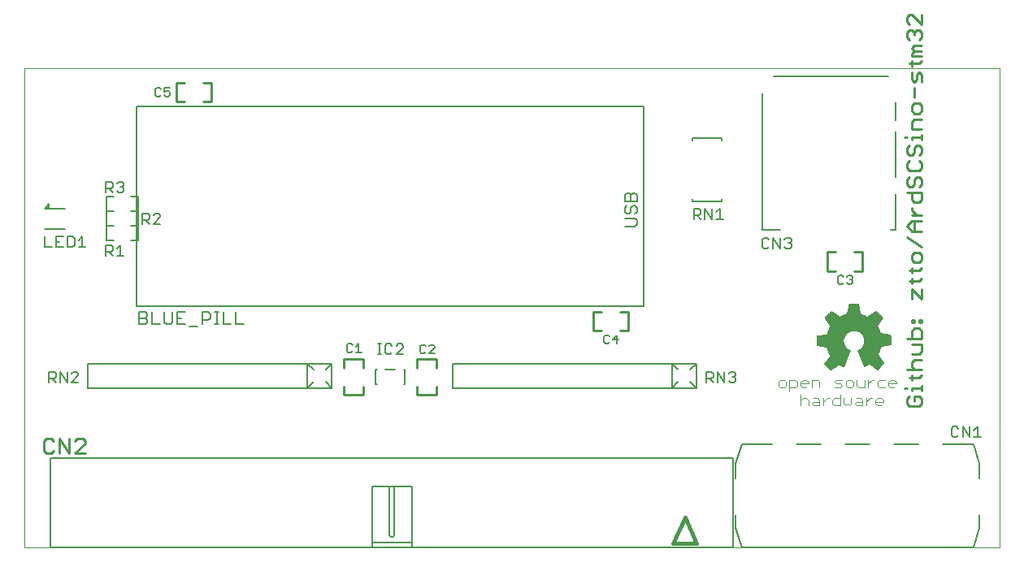
<source format=gto>
G75*
%MOIN*%
%OFA0B0*%
%FSLAX25Y25*%
%IPPOS*%
%LPD*%
%AMOC8*
5,1,8,0,0,1.08239X$1,22.5*
%
%ADD10C,0.00000*%
%ADD11C,0.00900*%
%ADD12C,0.00500*%
%ADD13C,0.00700*%
%ADD14C,0.01600*%
%ADD15C,0.00787*%
%ADD16C,0.00630*%
%ADD17C,0.00600*%
%ADD18C,0.01000*%
%ADD19C,0.00200*%
%ADD20C,0.00400*%
D10*
X0007708Y0005000D02*
X0007708Y0201850D01*
X0407708Y0201850D01*
X0407708Y0005000D01*
X0007708Y0005000D01*
D11*
X0016626Y0043655D02*
X0015609Y0044672D01*
X0015609Y0048742D01*
X0016626Y0049760D01*
X0018662Y0049760D01*
X0019679Y0048742D01*
X0022054Y0049760D02*
X0022054Y0043655D01*
X0019679Y0044672D02*
X0018662Y0043655D01*
X0016626Y0043655D01*
X0022054Y0049760D02*
X0026125Y0043655D01*
X0026125Y0049760D01*
X0028500Y0048742D02*
X0029517Y0049760D01*
X0031553Y0049760D01*
X0032570Y0048742D01*
X0032570Y0047725D01*
X0028500Y0043655D01*
X0032570Y0043655D01*
X0368635Y0070413D02*
X0369653Y0070413D01*
X0371688Y0070413D02*
X0375758Y0070413D01*
X0375758Y0069395D02*
X0375758Y0071431D01*
X0374741Y0074710D02*
X0370670Y0074710D01*
X0371688Y0073692D02*
X0371688Y0075728D01*
X0372705Y0077989D02*
X0371688Y0079007D01*
X0371688Y0081042D01*
X0372705Y0082060D01*
X0375758Y0082060D01*
X0374741Y0084435D02*
X0375758Y0085453D01*
X0375758Y0088505D01*
X0371688Y0088505D01*
X0371688Y0090880D02*
X0371688Y0093933D01*
X0372705Y0094951D01*
X0374741Y0094951D01*
X0375758Y0093933D01*
X0375758Y0090880D01*
X0369653Y0090880D01*
X0371688Y0084435D02*
X0374741Y0084435D01*
X0375758Y0077989D02*
X0369653Y0077989D01*
X0371688Y0070413D02*
X0371688Y0069395D01*
X0372705Y0067020D02*
X0372705Y0064985D01*
X0372705Y0067020D02*
X0374741Y0067020D01*
X0375758Y0066003D01*
X0375758Y0063968D01*
X0374741Y0062950D01*
X0370670Y0062950D01*
X0369653Y0063968D01*
X0369653Y0066003D01*
X0370670Y0067020D01*
X0374741Y0074710D02*
X0375758Y0075728D01*
X0375758Y0097326D02*
X0374741Y0097326D01*
X0374741Y0098344D01*
X0375758Y0098344D01*
X0375758Y0097326D01*
X0372705Y0097326D02*
X0372705Y0098344D01*
X0371688Y0098344D01*
X0371688Y0097326D01*
X0372705Y0097326D01*
X0371688Y0106994D02*
X0371688Y0111064D01*
X0375758Y0106994D01*
X0375758Y0111064D01*
X0374741Y0114457D02*
X0375758Y0115475D01*
X0374741Y0114457D02*
X0370670Y0114457D01*
X0371688Y0113440D02*
X0371688Y0115475D01*
X0371688Y0117737D02*
X0371688Y0119772D01*
X0370670Y0118754D02*
X0374741Y0118754D01*
X0375758Y0119772D01*
X0374741Y0122034D02*
X0375758Y0123051D01*
X0375758Y0125086D01*
X0374741Y0126104D01*
X0372705Y0126104D01*
X0371688Y0125086D01*
X0371688Y0123051D01*
X0372705Y0122034D01*
X0374741Y0122034D01*
X0375758Y0128479D02*
X0369653Y0132549D01*
X0371688Y0134925D02*
X0369653Y0136960D01*
X0371688Y0138995D01*
X0375758Y0138995D01*
X0375758Y0141370D02*
X0371688Y0141370D01*
X0373723Y0141370D02*
X0371688Y0143405D01*
X0371688Y0144423D01*
X0372705Y0146741D02*
X0371688Y0147759D01*
X0371688Y0150812D01*
X0369653Y0150812D02*
X0375758Y0150812D01*
X0375758Y0147759D01*
X0374741Y0146741D01*
X0372705Y0146741D01*
X0371688Y0153187D02*
X0372705Y0154204D01*
X0372705Y0156240D01*
X0373723Y0157257D01*
X0374741Y0157257D01*
X0375758Y0156240D01*
X0375758Y0154204D01*
X0374741Y0153187D01*
X0371688Y0153187D02*
X0370670Y0153187D01*
X0369653Y0154204D01*
X0369653Y0156240D01*
X0370670Y0157257D01*
X0370670Y0159632D02*
X0374741Y0159632D01*
X0375758Y0160650D01*
X0375758Y0162685D01*
X0374741Y0163703D01*
X0374741Y0166078D02*
X0375758Y0167095D01*
X0375758Y0169131D01*
X0374741Y0170148D01*
X0373723Y0170148D01*
X0372705Y0169131D01*
X0372705Y0167095D01*
X0371688Y0166078D01*
X0370670Y0166078D01*
X0369653Y0167095D01*
X0369653Y0169131D01*
X0370670Y0170148D01*
X0371688Y0172523D02*
X0371688Y0173541D01*
X0375758Y0173541D01*
X0375758Y0172523D02*
X0375758Y0174559D01*
X0375758Y0176820D02*
X0371688Y0176820D01*
X0371688Y0179873D01*
X0372705Y0180891D01*
X0375758Y0180891D01*
X0374741Y0183266D02*
X0372705Y0183266D01*
X0371688Y0184283D01*
X0371688Y0186319D01*
X0372705Y0187336D01*
X0374741Y0187336D01*
X0375758Y0186319D01*
X0375758Y0184283D01*
X0374741Y0183266D01*
X0372705Y0189711D02*
X0372705Y0193782D01*
X0372705Y0196157D02*
X0371688Y0197174D01*
X0371688Y0200227D01*
X0373723Y0199210D02*
X0373723Y0197174D01*
X0372705Y0196157D01*
X0375758Y0196157D02*
X0375758Y0199210D01*
X0374741Y0200227D01*
X0373723Y0199210D01*
X0371688Y0202602D02*
X0371688Y0204637D01*
X0370670Y0203620D02*
X0374741Y0203620D01*
X0375758Y0204637D01*
X0375758Y0206899D02*
X0371688Y0206899D01*
X0371688Y0207917D01*
X0372705Y0208934D01*
X0371688Y0209952D01*
X0372705Y0210970D01*
X0375758Y0210970D01*
X0375758Y0208934D02*
X0372705Y0208934D01*
X0370670Y0213345D02*
X0369653Y0214362D01*
X0369653Y0216398D01*
X0370670Y0217415D01*
X0371688Y0217415D01*
X0372705Y0216398D01*
X0373723Y0217415D01*
X0374741Y0217415D01*
X0375758Y0216398D01*
X0375758Y0214362D01*
X0374741Y0213345D01*
X0372705Y0215380D02*
X0372705Y0216398D01*
X0370670Y0219790D02*
X0369653Y0220808D01*
X0369653Y0222843D01*
X0370670Y0223861D01*
X0371688Y0223861D01*
X0375758Y0219790D01*
X0375758Y0223861D01*
X0369653Y0173541D02*
X0368635Y0173541D01*
X0370670Y0163703D02*
X0369653Y0162685D01*
X0369653Y0160650D01*
X0370670Y0159632D01*
X0372705Y0138995D02*
X0372705Y0134925D01*
X0371688Y0134925D02*
X0375758Y0134925D01*
D12*
X0347377Y0116117D02*
X0347377Y0115543D01*
X0346803Y0114970D01*
X0347377Y0114397D01*
X0347377Y0113823D01*
X0346803Y0113250D01*
X0345657Y0113250D01*
X0345083Y0113823D01*
X0343751Y0113823D02*
X0343178Y0113250D01*
X0342031Y0113250D01*
X0341458Y0113823D01*
X0341458Y0116117D01*
X0342031Y0116690D01*
X0343178Y0116690D01*
X0343751Y0116117D01*
X0345083Y0116117D02*
X0345657Y0116690D01*
X0346803Y0116690D01*
X0347377Y0116117D01*
X0346803Y0114970D02*
X0346230Y0114970D01*
X0344440Y0047500D02*
X0354440Y0047500D01*
X0364440Y0047500D02*
X0374440Y0047500D01*
X0384440Y0047500D02*
X0396940Y0047500D01*
X0399440Y0039500D01*
X0399440Y0033500D01*
X0399440Y0018500D02*
X0399440Y0013000D01*
X0396940Y0005000D01*
X0301940Y0005000D01*
X0299440Y0013000D01*
X0299440Y0018500D01*
X0299440Y0033500D02*
X0299440Y0039500D01*
X0301940Y0047500D01*
X0314440Y0047500D01*
X0324440Y0047500D02*
X0334440Y0047500D01*
X0293708Y0147000D02*
X0281708Y0147000D01*
X0281708Y0148000D01*
X0293708Y0148000D02*
X0293708Y0147000D01*
X0293708Y0172000D02*
X0293708Y0173000D01*
X0281708Y0173000D01*
X0281708Y0172000D01*
X0261708Y0186000D02*
X0261708Y0104000D01*
X0053708Y0104000D01*
X0053708Y0186000D01*
X0261708Y0186000D01*
X0250803Y0092190D02*
X0249083Y0090470D01*
X0251377Y0090470D01*
X0250803Y0088750D02*
X0250803Y0092190D01*
X0247751Y0091617D02*
X0247178Y0092190D01*
X0246031Y0092190D01*
X0245458Y0091617D01*
X0245458Y0089323D01*
X0246031Y0088750D01*
X0247178Y0088750D01*
X0247751Y0089323D01*
X0175877Y0087617D02*
X0175303Y0088190D01*
X0174157Y0088190D01*
X0173583Y0087617D01*
X0172251Y0087617D02*
X0171678Y0088190D01*
X0170531Y0088190D01*
X0169958Y0087617D01*
X0169958Y0085323D01*
X0170531Y0084750D01*
X0171678Y0084750D01*
X0172251Y0085323D01*
X0173583Y0084750D02*
X0175877Y0087043D01*
X0175877Y0087617D01*
X0175877Y0084750D02*
X0173583Y0084750D01*
X0145877Y0085250D02*
X0143583Y0085250D01*
X0144730Y0085250D02*
X0144730Y0088690D01*
X0143583Y0087543D01*
X0142251Y0088117D02*
X0141678Y0088690D01*
X0140531Y0088690D01*
X0139958Y0088117D01*
X0139958Y0085823D01*
X0140531Y0085250D01*
X0141678Y0085250D01*
X0142251Y0085823D01*
X0066803Y0190250D02*
X0065657Y0190250D01*
X0065083Y0190823D01*
X0065083Y0191970D02*
X0066230Y0192543D01*
X0066803Y0192543D01*
X0067377Y0191970D01*
X0067377Y0190823D01*
X0066803Y0190250D01*
X0065083Y0191970D02*
X0065083Y0193690D01*
X0067377Y0193690D01*
X0063751Y0193117D02*
X0063178Y0193690D01*
X0062031Y0193690D01*
X0061458Y0193117D01*
X0061458Y0190823D01*
X0062031Y0190250D01*
X0063178Y0190250D01*
X0063751Y0190823D01*
X0024342Y0144134D02*
X0016074Y0144134D01*
X0016208Y0144500D02*
X0017708Y0144500D01*
X0017708Y0146000D01*
X0016208Y0144500D01*
X0016291Y0144583D02*
X0017708Y0144583D01*
X0017708Y0145082D02*
X0016790Y0145082D01*
X0017288Y0145580D02*
X0017708Y0145580D01*
X0016074Y0135866D02*
X0024342Y0135866D01*
D13*
X0023615Y0132654D02*
X0020746Y0132654D01*
X0020746Y0128350D01*
X0023615Y0128350D01*
X0025350Y0128350D02*
X0025350Y0132654D01*
X0027502Y0132654D01*
X0028219Y0131936D01*
X0028219Y0129067D01*
X0027502Y0128350D01*
X0025350Y0128350D01*
X0022181Y0130502D02*
X0020746Y0130502D01*
X0019011Y0128350D02*
X0016142Y0128350D01*
X0016142Y0132654D01*
X0029954Y0131219D02*
X0031389Y0132654D01*
X0031389Y0128350D01*
X0032823Y0128350D02*
X0029954Y0128350D01*
X0041058Y0129154D02*
X0043210Y0129154D01*
X0043927Y0128436D01*
X0043927Y0127002D01*
X0043210Y0126285D01*
X0041058Y0126285D01*
X0042493Y0126285D02*
X0043927Y0124850D01*
X0045662Y0124850D02*
X0048531Y0124850D01*
X0047097Y0124850D02*
X0047097Y0129154D01*
X0045662Y0127719D01*
X0041058Y0129154D02*
X0041058Y0124850D01*
X0056058Y0137850D02*
X0056058Y0142154D01*
X0058210Y0142154D01*
X0058927Y0141436D01*
X0058927Y0140002D01*
X0058210Y0139285D01*
X0056058Y0139285D01*
X0057493Y0139285D02*
X0058927Y0137850D01*
X0060662Y0137850D02*
X0063531Y0140719D01*
X0063531Y0141436D01*
X0062814Y0142154D01*
X0061379Y0142154D01*
X0060662Y0141436D01*
X0060662Y0137850D02*
X0063531Y0137850D01*
X0048531Y0151567D02*
X0047814Y0150850D01*
X0046379Y0150850D01*
X0045662Y0151567D01*
X0043927Y0150850D02*
X0042493Y0152285D01*
X0043210Y0152285D02*
X0041058Y0152285D01*
X0041058Y0150850D02*
X0041058Y0155154D01*
X0043210Y0155154D01*
X0043927Y0154436D01*
X0043927Y0153002D01*
X0043210Y0152285D01*
X0045662Y0154436D02*
X0046379Y0155154D01*
X0047814Y0155154D01*
X0048531Y0154436D01*
X0048531Y0153719D01*
X0047814Y0153002D01*
X0048531Y0152285D01*
X0048531Y0151567D01*
X0047814Y0153002D02*
X0047097Y0153002D01*
X0054869Y0101654D02*
X0057321Y0101654D01*
X0058139Y0100837D01*
X0058139Y0100019D01*
X0057321Y0099202D01*
X0054869Y0099202D01*
X0054869Y0096750D02*
X0054869Y0101654D01*
X0057321Y0099202D02*
X0058139Y0098385D01*
X0058139Y0097567D01*
X0057321Y0096750D01*
X0054869Y0096750D01*
X0060026Y0096750D02*
X0060026Y0101654D01*
X0060026Y0096750D02*
X0063295Y0096750D01*
X0065182Y0097567D02*
X0065999Y0096750D01*
X0067634Y0096750D01*
X0068451Y0097567D01*
X0068451Y0101654D01*
X0070338Y0101654D02*
X0070338Y0096750D01*
X0073608Y0096750D01*
X0075495Y0095933D02*
X0078764Y0095933D01*
X0080651Y0096750D02*
X0080651Y0101654D01*
X0083103Y0101654D01*
X0083921Y0100837D01*
X0083921Y0099202D01*
X0083103Y0098385D01*
X0080651Y0098385D01*
X0085808Y0096750D02*
X0087442Y0096750D01*
X0086625Y0096750D02*
X0086625Y0101654D01*
X0085808Y0101654D02*
X0087442Y0101654D01*
X0089245Y0101654D02*
X0089245Y0096750D01*
X0092515Y0096750D01*
X0094402Y0096750D02*
X0097671Y0096750D01*
X0094402Y0096750D02*
X0094402Y0101654D01*
X0073608Y0101654D02*
X0070338Y0101654D01*
X0070338Y0099202D02*
X0071973Y0099202D01*
X0065182Y0097567D02*
X0065182Y0101654D01*
X0029823Y0076436D02*
X0029106Y0077154D01*
X0027671Y0077154D01*
X0026954Y0076436D01*
X0025219Y0077154D02*
X0025219Y0072850D01*
X0022350Y0077154D01*
X0022350Y0072850D01*
X0020615Y0072850D02*
X0019181Y0074285D01*
X0019898Y0074285D02*
X0017746Y0074285D01*
X0017746Y0072850D02*
X0017746Y0077154D01*
X0019898Y0077154D01*
X0020615Y0076436D01*
X0020615Y0075002D01*
X0019898Y0074285D01*
X0026954Y0072850D02*
X0029823Y0075719D01*
X0029823Y0076436D01*
X0029823Y0072850D02*
X0026954Y0072850D01*
X0152558Y0084350D02*
X0153993Y0084350D01*
X0153275Y0084350D02*
X0153275Y0088654D01*
X0152558Y0088654D02*
X0153993Y0088654D01*
X0155627Y0087936D02*
X0155627Y0085067D01*
X0156345Y0084350D01*
X0157779Y0084350D01*
X0158496Y0085067D01*
X0160231Y0084350D02*
X0163100Y0087219D01*
X0163100Y0087936D01*
X0162383Y0088654D01*
X0160949Y0088654D01*
X0160231Y0087936D01*
X0158496Y0087936D02*
X0157779Y0088654D01*
X0156345Y0088654D01*
X0155627Y0087936D01*
X0160231Y0084350D02*
X0163100Y0084350D01*
X0282246Y0139850D02*
X0282246Y0144154D01*
X0284398Y0144154D01*
X0285115Y0143436D01*
X0285115Y0142002D01*
X0284398Y0141285D01*
X0282246Y0141285D01*
X0283681Y0141285D02*
X0285115Y0139850D01*
X0286850Y0139850D02*
X0286850Y0144154D01*
X0289719Y0139850D01*
X0289719Y0144154D01*
X0291454Y0142719D02*
X0292889Y0144154D01*
X0292889Y0139850D01*
X0294323Y0139850D02*
X0291454Y0139850D01*
X0310231Y0131456D02*
X0310231Y0128587D01*
X0310948Y0127870D01*
X0312382Y0127870D01*
X0313100Y0128587D01*
X0314834Y0127870D02*
X0314834Y0132173D01*
X0317704Y0127870D01*
X0317704Y0132173D01*
X0319438Y0131456D02*
X0320156Y0132173D01*
X0321590Y0132173D01*
X0322307Y0131456D01*
X0322307Y0130739D01*
X0321590Y0130022D01*
X0322307Y0129304D01*
X0322307Y0128587D01*
X0321590Y0127870D01*
X0320156Y0127870D01*
X0319438Y0128587D01*
X0320873Y0130022D02*
X0321590Y0130022D01*
X0313100Y0131456D02*
X0312382Y0132173D01*
X0310948Y0132173D01*
X0310231Y0131456D01*
X0298697Y0077154D02*
X0299414Y0076436D01*
X0299414Y0075719D01*
X0298697Y0075002D01*
X0299414Y0074285D01*
X0299414Y0073567D01*
X0298697Y0072850D01*
X0297262Y0072850D01*
X0296545Y0073567D01*
X0294810Y0072850D02*
X0294810Y0077154D01*
X0296545Y0076436D02*
X0297262Y0077154D01*
X0298697Y0077154D01*
X0298697Y0075002D02*
X0297979Y0075002D01*
X0294810Y0072850D02*
X0291941Y0077154D01*
X0291941Y0072850D01*
X0290206Y0072850D02*
X0288771Y0074285D01*
X0289489Y0074285D02*
X0287337Y0074285D01*
X0287337Y0072850D02*
X0287337Y0077154D01*
X0289489Y0077154D01*
X0290206Y0076436D01*
X0290206Y0075002D01*
X0289489Y0074285D01*
X0387979Y0053936D02*
X0387979Y0051067D01*
X0388696Y0050350D01*
X0390130Y0050350D01*
X0390848Y0051067D01*
X0392582Y0050350D02*
X0392582Y0054654D01*
X0395452Y0050350D01*
X0395452Y0054654D01*
X0397186Y0053219D02*
X0398621Y0054654D01*
X0398621Y0050350D01*
X0397186Y0050350D02*
X0400056Y0050350D01*
X0390848Y0053936D02*
X0390130Y0054654D01*
X0388696Y0054654D01*
X0387979Y0053936D01*
D14*
X0283330Y0006654D02*
X0273818Y0006654D01*
X0278574Y0017409D01*
X0283330Y0006654D01*
D15*
X0298495Y0005000D02*
X0298495Y0041614D01*
X0018495Y0041614D01*
X0018495Y0005000D01*
X0150228Y0005000D01*
X0150228Y0030000D01*
X0157495Y0030000D01*
X0157495Y0010000D01*
X0157995Y0009500D01*
X0158995Y0009500D01*
X0159495Y0010000D01*
X0159495Y0030000D01*
X0166763Y0030000D01*
X0166763Y0005000D01*
X0150228Y0005000D01*
X0150495Y0007000D02*
X0166495Y0007000D01*
X0166763Y0005000D02*
X0298495Y0005000D01*
X0159495Y0030000D02*
X0157495Y0030000D01*
X0054208Y0131000D02*
X0054208Y0137000D01*
X0054208Y0143000D01*
X0054208Y0149000D01*
X0051208Y0149000D01*
X0051208Y0143000D02*
X0054208Y0143000D01*
X0051208Y0143000D01*
X0051208Y0137000D02*
X0054208Y0137000D01*
X0051208Y0137000D01*
X0051208Y0131000D02*
X0054208Y0131000D01*
X0044208Y0131000D02*
X0041208Y0131000D01*
X0041208Y0137000D01*
X0041208Y0143000D01*
X0041208Y0149000D01*
X0044208Y0149000D01*
X0044208Y0143000D02*
X0041208Y0143000D01*
X0044208Y0143000D01*
X0044208Y0137000D02*
X0041208Y0137000D01*
X0044208Y0137000D01*
D16*
X0310346Y0135472D02*
X0310346Y0191378D01*
X0315070Y0198465D02*
X0361921Y0198465D01*
X0365070Y0187835D02*
X0365070Y0180354D01*
X0365070Y0175630D02*
X0365070Y0157126D01*
X0365070Y0150039D02*
X0365070Y0135472D01*
X0363102Y0135472D01*
X0317826Y0135472D02*
X0310543Y0135472D01*
D17*
X0283299Y0080500D02*
X0273299Y0080500D01*
X0183299Y0080500D01*
X0183299Y0070500D01*
X0273299Y0070500D01*
X0283299Y0070500D01*
X0280799Y0073000D01*
X0283299Y0070500D02*
X0283299Y0080500D01*
X0280799Y0078000D01*
X0275799Y0078000D02*
X0273299Y0080500D01*
X0273299Y0070500D01*
X0275799Y0073000D01*
X0258174Y0136831D02*
X0254004Y0136831D01*
X0254004Y0140167D02*
X0258174Y0140167D01*
X0259008Y0139333D01*
X0259008Y0137665D01*
X0258174Y0136831D01*
X0258174Y0141987D02*
X0259008Y0142821D01*
X0259008Y0144489D01*
X0258174Y0145323D01*
X0257340Y0145323D01*
X0256506Y0144489D01*
X0256506Y0142821D01*
X0255672Y0141987D01*
X0254838Y0141987D01*
X0254004Y0142821D01*
X0254004Y0144489D01*
X0254838Y0145323D01*
X0254004Y0147144D02*
X0254004Y0149646D01*
X0254838Y0150480D01*
X0255672Y0150480D01*
X0256506Y0149646D01*
X0256506Y0147144D01*
X0256506Y0149646D02*
X0257340Y0150480D01*
X0258174Y0150480D01*
X0259008Y0149646D01*
X0259008Y0147144D01*
X0254004Y0147144D01*
X0163708Y0078000D02*
X0163208Y0078000D01*
X0163787Y0077807D02*
X0163787Y0072197D01*
X0163708Y0072000D02*
X0163208Y0072000D01*
X0159708Y0078000D02*
X0155708Y0078000D01*
X0152208Y0078000D02*
X0151708Y0078000D01*
X0151629Y0077807D02*
X0151629Y0072197D01*
X0151708Y0072000D02*
X0152208Y0072000D01*
X0133708Y0070500D02*
X0123708Y0070500D01*
X0123708Y0080500D01*
X0033708Y0080500D01*
X0033708Y0070500D01*
X0123708Y0070500D01*
X0126208Y0073000D01*
X0126208Y0078000D02*
X0123708Y0080500D01*
X0133708Y0080500D01*
X0131208Y0078000D01*
X0133708Y0080500D02*
X0133708Y0070500D01*
X0131208Y0073000D01*
D18*
X0138771Y0071063D02*
X0138771Y0067717D01*
X0146645Y0067717D01*
X0146645Y0071063D01*
X0146645Y0078937D02*
X0146645Y0082283D01*
X0138771Y0082283D01*
X0138771Y0078937D01*
X0168771Y0078937D02*
X0168771Y0082283D01*
X0176645Y0082283D01*
X0176645Y0078937D01*
X0176645Y0071063D02*
X0176645Y0067717D01*
X0168771Y0067717D01*
X0168771Y0071063D01*
X0240925Y0094063D02*
X0244271Y0094063D01*
X0240925Y0094063D02*
X0240925Y0101937D01*
X0244271Y0101937D01*
X0252145Y0101937D02*
X0255492Y0101937D01*
X0255492Y0094063D01*
X0252145Y0094063D01*
X0336925Y0118563D02*
X0340271Y0118563D01*
X0336925Y0118563D02*
X0336925Y0126437D01*
X0340271Y0126437D01*
X0348145Y0126437D02*
X0351492Y0126437D01*
X0351492Y0118563D01*
X0348145Y0118563D01*
X0084492Y0188063D02*
X0081145Y0188063D01*
X0084492Y0188063D02*
X0084492Y0195937D01*
X0081145Y0195937D01*
X0073271Y0195937D02*
X0069925Y0195937D01*
X0069925Y0188063D01*
X0073271Y0188063D01*
D19*
X0332708Y0092000D02*
X0332608Y0090800D01*
X0332608Y0088200D01*
X0336808Y0087500D01*
X0337008Y0086500D01*
X0337408Y0085500D01*
X0337808Y0084600D01*
X0338208Y0083800D01*
X0335808Y0080600D01*
X0336408Y0079900D01*
X0337108Y0079200D01*
X0337808Y0078500D01*
X0338408Y0078000D01*
X0341808Y0080300D01*
X0342508Y0079900D01*
X0343208Y0079600D01*
X0343808Y0079300D01*
X0346208Y0086100D01*
X0345505Y0086436D01*
X0344876Y0086897D01*
X0344343Y0087467D01*
X0343926Y0088126D01*
X0343639Y0088851D01*
X0343491Y0089616D01*
X0343488Y0090396D01*
X0343630Y0091163D01*
X0343912Y0091890D01*
X0344324Y0092552D01*
X0344852Y0093126D01*
X0345478Y0093591D01*
X0346179Y0093933D01*
X0346931Y0094138D01*
X0347708Y0094200D01*
X0348499Y0094175D01*
X0349270Y0094002D01*
X0349996Y0093687D01*
X0350650Y0093242D01*
X0351209Y0092682D01*
X0351652Y0092028D01*
X0351966Y0091301D01*
X0352137Y0090529D01*
X0352161Y0089739D01*
X0352036Y0088958D01*
X0351767Y0088214D01*
X0351363Y0087534D01*
X0350839Y0086941D01*
X0350214Y0086458D01*
X0349508Y0086100D01*
X0352108Y0079400D01*
X0352808Y0079800D01*
X0353508Y0080200D01*
X0354208Y0080600D01*
X0357508Y0078200D01*
X0358208Y0078900D01*
X0358808Y0079500D01*
X0359408Y0080200D01*
X0360008Y0080900D01*
X0357608Y0084500D01*
X0358108Y0085300D01*
X0358408Y0086200D01*
X0358708Y0087100D01*
X0358908Y0087800D01*
X0362908Y0088500D01*
X0363008Y0089600D01*
X0363008Y0090500D01*
X0362908Y0091300D01*
X0362808Y0092300D01*
X0358708Y0093000D01*
X0358308Y0094100D01*
X0358108Y0094700D01*
X0357708Y0095400D01*
X0357208Y0096200D01*
X0359708Y0099400D01*
X0359108Y0100100D01*
X0358408Y0100800D01*
X0357608Y0101500D01*
X0356808Y0102200D01*
X0353408Y0099800D01*
X0352508Y0100200D01*
X0351708Y0100600D01*
X0351008Y0100800D01*
X0350308Y0101000D01*
X0349708Y0105100D01*
X0345908Y0105100D01*
X0345108Y0101000D01*
X0344008Y0100700D01*
X0343208Y0100300D01*
X0342008Y0099700D01*
X0338608Y0102100D01*
X0337908Y0101500D01*
X0337208Y0100800D01*
X0336508Y0100100D01*
X0335908Y0099400D01*
X0338208Y0096000D01*
X0337708Y0095100D01*
X0337308Y0094200D01*
X0337008Y0093400D01*
X0336708Y0092600D01*
X0332708Y0092000D01*
X0332704Y0091948D02*
X0343948Y0091948D01*
X0343858Y0091749D02*
X0332687Y0091749D01*
X0332671Y0091551D02*
X0343781Y0091551D01*
X0343704Y0091352D02*
X0332654Y0091352D01*
X0332638Y0091154D02*
X0343628Y0091154D01*
X0343592Y0090955D02*
X0332621Y0090955D01*
X0332608Y0090757D02*
X0343555Y0090757D01*
X0343518Y0090558D02*
X0332608Y0090558D01*
X0332608Y0090360D02*
X0343488Y0090360D01*
X0343489Y0090161D02*
X0332608Y0090161D01*
X0332608Y0089963D02*
X0343490Y0089963D01*
X0343491Y0089764D02*
X0332608Y0089764D01*
X0332608Y0089566D02*
X0343501Y0089566D01*
X0343539Y0089367D02*
X0332608Y0089367D01*
X0332608Y0089169D02*
X0343577Y0089169D01*
X0343616Y0088970D02*
X0332608Y0088970D01*
X0332608Y0088772D02*
X0343670Y0088772D01*
X0343749Y0088573D02*
X0332608Y0088573D01*
X0332608Y0088375D02*
X0343828Y0088375D01*
X0343906Y0088176D02*
X0332751Y0088176D01*
X0333942Y0087978D02*
X0344020Y0087978D01*
X0344146Y0087779D02*
X0335133Y0087779D01*
X0336324Y0087581D02*
X0344271Y0087581D01*
X0344423Y0087382D02*
X0336832Y0087382D01*
X0336871Y0087184D02*
X0344608Y0087184D01*
X0344793Y0086985D02*
X0336911Y0086985D01*
X0336951Y0086787D02*
X0345026Y0086787D01*
X0345297Y0086588D02*
X0336990Y0086588D01*
X0337052Y0086390D02*
X0345602Y0086390D01*
X0346017Y0086191D02*
X0337132Y0086191D01*
X0337211Y0085993D02*
X0346170Y0085993D01*
X0346100Y0085794D02*
X0337290Y0085794D01*
X0337370Y0085596D02*
X0346030Y0085596D01*
X0345960Y0085397D02*
X0337454Y0085397D01*
X0337542Y0085199D02*
X0345890Y0085199D01*
X0345820Y0085000D02*
X0337630Y0085000D01*
X0337718Y0084802D02*
X0345750Y0084802D01*
X0345680Y0084603D02*
X0337807Y0084603D01*
X0337906Y0084405D02*
X0345610Y0084405D01*
X0345540Y0084206D02*
X0338005Y0084206D01*
X0338104Y0084008D02*
X0345470Y0084008D01*
X0345399Y0083809D02*
X0338204Y0083809D01*
X0338066Y0083610D02*
X0345329Y0083610D01*
X0345259Y0083412D02*
X0337917Y0083412D01*
X0337768Y0083213D02*
X0345189Y0083213D01*
X0345119Y0083015D02*
X0337619Y0083015D01*
X0337470Y0082816D02*
X0345049Y0082816D01*
X0344979Y0082618D02*
X0337322Y0082618D01*
X0337173Y0082419D02*
X0344909Y0082419D01*
X0344839Y0082221D02*
X0337024Y0082221D01*
X0336875Y0082022D02*
X0344769Y0082022D01*
X0344699Y0081824D02*
X0336726Y0081824D01*
X0336577Y0081625D02*
X0344629Y0081625D01*
X0344559Y0081427D02*
X0336428Y0081427D01*
X0336279Y0081228D02*
X0344489Y0081228D01*
X0344419Y0081030D02*
X0336130Y0081030D01*
X0335982Y0080831D02*
X0344349Y0080831D01*
X0344278Y0080633D02*
X0335833Y0080633D01*
X0335950Y0080434D02*
X0344208Y0080434D01*
X0344138Y0080236D02*
X0341920Y0080236D01*
X0341713Y0080236D02*
X0336120Y0080236D01*
X0336290Y0080037D02*
X0341420Y0080037D01*
X0341126Y0079839D02*
X0336469Y0079839D01*
X0336668Y0079640D02*
X0340833Y0079640D01*
X0340539Y0079442D02*
X0336866Y0079442D01*
X0337065Y0079243D02*
X0340246Y0079243D01*
X0339952Y0079045D02*
X0337263Y0079045D01*
X0337462Y0078846D02*
X0339659Y0078846D01*
X0339366Y0078648D02*
X0337660Y0078648D01*
X0337869Y0078449D02*
X0339072Y0078449D01*
X0338779Y0078251D02*
X0338107Y0078251D01*
X0338345Y0078052D02*
X0338485Y0078052D01*
X0342268Y0080037D02*
X0344068Y0080037D01*
X0343998Y0079839D02*
X0342651Y0079839D01*
X0343114Y0079640D02*
X0343928Y0079640D01*
X0343858Y0079442D02*
X0343525Y0079442D01*
X0350936Y0082419D02*
X0358995Y0082419D01*
X0359127Y0082221D02*
X0351013Y0082221D01*
X0351090Y0082022D02*
X0359260Y0082022D01*
X0359392Y0081824D02*
X0351167Y0081824D01*
X0351244Y0081625D02*
X0359524Y0081625D01*
X0359657Y0081427D02*
X0351322Y0081427D01*
X0351399Y0081228D02*
X0359789Y0081228D01*
X0359922Y0081030D02*
X0351476Y0081030D01*
X0351553Y0080831D02*
X0359949Y0080831D01*
X0359779Y0080633D02*
X0351630Y0080633D01*
X0351707Y0080434D02*
X0353918Y0080434D01*
X0353571Y0080236D02*
X0351784Y0080236D01*
X0351861Y0080037D02*
X0353223Y0080037D01*
X0352876Y0079839D02*
X0351938Y0079839D01*
X0352015Y0079640D02*
X0352529Y0079640D01*
X0352181Y0079442D02*
X0352092Y0079442D01*
X0354436Y0080434D02*
X0359609Y0080434D01*
X0359439Y0080236D02*
X0354709Y0080236D01*
X0354982Y0080037D02*
X0359269Y0080037D01*
X0359098Y0079839D02*
X0355255Y0079839D01*
X0355528Y0079640D02*
X0358928Y0079640D01*
X0358750Y0079442D02*
X0355801Y0079442D01*
X0356074Y0079243D02*
X0358551Y0079243D01*
X0358353Y0079045D02*
X0356347Y0079045D01*
X0356620Y0078846D02*
X0358154Y0078846D01*
X0357956Y0078648D02*
X0356892Y0078648D01*
X0357165Y0078449D02*
X0357757Y0078449D01*
X0357559Y0078251D02*
X0357438Y0078251D01*
X0358863Y0082618D02*
X0350859Y0082618D01*
X0350782Y0082816D02*
X0358730Y0082816D01*
X0358598Y0083015D02*
X0350705Y0083015D01*
X0350628Y0083213D02*
X0358466Y0083213D01*
X0358333Y0083412D02*
X0350551Y0083412D01*
X0350474Y0083610D02*
X0358201Y0083610D01*
X0358069Y0083809D02*
X0350397Y0083809D01*
X0350320Y0084008D02*
X0357936Y0084008D01*
X0357804Y0084206D02*
X0350243Y0084206D01*
X0350166Y0084405D02*
X0357672Y0084405D01*
X0357672Y0084603D02*
X0350089Y0084603D01*
X0350012Y0084802D02*
X0357797Y0084802D01*
X0357921Y0085000D02*
X0349935Y0085000D01*
X0349858Y0085199D02*
X0358045Y0085199D01*
X0358140Y0085397D02*
X0349781Y0085397D01*
X0349704Y0085596D02*
X0358207Y0085596D01*
X0358273Y0085794D02*
X0349627Y0085794D01*
X0349550Y0085993D02*
X0358339Y0085993D01*
X0358405Y0086191D02*
X0349688Y0086191D01*
X0350079Y0086390D02*
X0358471Y0086390D01*
X0358537Y0086588D02*
X0350382Y0086588D01*
X0350639Y0086787D02*
X0358604Y0086787D01*
X0358670Y0086985D02*
X0350878Y0086985D01*
X0351054Y0087184D02*
X0358732Y0087184D01*
X0358789Y0087382D02*
X0351229Y0087382D01*
X0351391Y0087581D02*
X0358845Y0087581D01*
X0358902Y0087779D02*
X0351509Y0087779D01*
X0351627Y0087978D02*
X0359924Y0087978D01*
X0361058Y0088176D02*
X0351745Y0088176D01*
X0351825Y0088375D02*
X0362192Y0088375D01*
X0362915Y0088573D02*
X0351897Y0088573D01*
X0351969Y0088772D02*
X0362933Y0088772D01*
X0362951Y0088970D02*
X0352038Y0088970D01*
X0352070Y0089169D02*
X0362969Y0089169D01*
X0362987Y0089367D02*
X0352102Y0089367D01*
X0352134Y0089566D02*
X0363005Y0089566D01*
X0363008Y0089764D02*
X0352160Y0089764D01*
X0352154Y0089963D02*
X0363008Y0089963D01*
X0363008Y0090161D02*
X0352148Y0090161D01*
X0352142Y0090360D02*
X0363008Y0090360D01*
X0363001Y0090558D02*
X0352131Y0090558D01*
X0352087Y0090757D02*
X0362976Y0090757D01*
X0362951Y0090955D02*
X0352043Y0090955D01*
X0351999Y0091154D02*
X0362926Y0091154D01*
X0362903Y0091352D02*
X0351944Y0091352D01*
X0351858Y0091551D02*
X0362883Y0091551D01*
X0362863Y0091749D02*
X0351772Y0091749D01*
X0351687Y0091948D02*
X0362843Y0091948D01*
X0362823Y0092146D02*
X0351572Y0092146D01*
X0351437Y0092345D02*
X0362545Y0092345D01*
X0361382Y0092543D02*
X0351303Y0092543D01*
X0351149Y0092742D02*
X0360219Y0092742D01*
X0359056Y0092941D02*
X0350951Y0092941D01*
X0350753Y0093139D02*
X0358658Y0093139D01*
X0358585Y0093338D02*
X0350509Y0093338D01*
X0350218Y0093536D02*
X0358513Y0093536D01*
X0358441Y0093735D02*
X0349887Y0093735D01*
X0349429Y0093933D02*
X0358369Y0093933D01*
X0358298Y0094132D02*
X0348691Y0094132D01*
X0346907Y0094132D02*
X0337282Y0094132D01*
X0337208Y0093933D02*
X0346180Y0093933D01*
X0345772Y0093735D02*
X0337134Y0093735D01*
X0337059Y0093536D02*
X0345403Y0093536D01*
X0345137Y0093338D02*
X0336985Y0093338D01*
X0336910Y0093139D02*
X0344870Y0093139D01*
X0344682Y0092941D02*
X0336836Y0092941D01*
X0336761Y0092742D02*
X0344499Y0092742D01*
X0344319Y0092543D02*
X0336331Y0092543D01*
X0335008Y0092345D02*
X0344195Y0092345D01*
X0344072Y0092146D02*
X0333685Y0092146D01*
X0337366Y0094330D02*
X0358231Y0094330D01*
X0358165Y0094529D02*
X0337454Y0094529D01*
X0337542Y0094727D02*
X0358093Y0094727D01*
X0357979Y0094926D02*
X0337631Y0094926D01*
X0337721Y0095124D02*
X0357866Y0095124D01*
X0357752Y0095323D02*
X0337832Y0095323D01*
X0337942Y0095521D02*
X0357632Y0095521D01*
X0357508Y0095720D02*
X0338052Y0095720D01*
X0338163Y0095918D02*
X0357384Y0095918D01*
X0357260Y0096117D02*
X0338129Y0096117D01*
X0337995Y0096315D02*
X0357298Y0096315D01*
X0357453Y0096514D02*
X0337861Y0096514D01*
X0337726Y0096712D02*
X0357608Y0096712D01*
X0357763Y0096911D02*
X0337592Y0096911D01*
X0337458Y0097109D02*
X0357918Y0097109D01*
X0358073Y0097308D02*
X0337323Y0097308D01*
X0337189Y0097506D02*
X0358229Y0097506D01*
X0358384Y0097705D02*
X0337055Y0097705D01*
X0336921Y0097903D02*
X0358539Y0097903D01*
X0358694Y0098102D02*
X0336786Y0098102D01*
X0336652Y0098300D02*
X0358849Y0098300D01*
X0359004Y0098499D02*
X0336518Y0098499D01*
X0336383Y0098697D02*
X0359159Y0098697D01*
X0359314Y0098896D02*
X0336249Y0098896D01*
X0336115Y0099094D02*
X0359469Y0099094D01*
X0359624Y0099293D02*
X0335981Y0099293D01*
X0335986Y0099491D02*
X0359630Y0099491D01*
X0359460Y0099690D02*
X0336157Y0099690D01*
X0336327Y0099888D02*
X0341741Y0099888D01*
X0341460Y0100087D02*
X0336497Y0100087D01*
X0336694Y0100285D02*
X0341179Y0100285D01*
X0340897Y0100484D02*
X0336892Y0100484D01*
X0337091Y0100682D02*
X0340616Y0100682D01*
X0340335Y0100881D02*
X0337289Y0100881D01*
X0337488Y0101079D02*
X0340054Y0101079D01*
X0339773Y0101278D02*
X0337686Y0101278D01*
X0337885Y0101477D02*
X0339491Y0101477D01*
X0339210Y0101675D02*
X0338112Y0101675D01*
X0338344Y0101874D02*
X0338929Y0101874D01*
X0338648Y0102072D02*
X0338575Y0102072D01*
X0342385Y0099888D02*
X0353209Y0099888D01*
X0353533Y0099888D02*
X0359289Y0099888D01*
X0359119Y0100087D02*
X0353815Y0100087D01*
X0354096Y0100285D02*
X0358923Y0100285D01*
X0358724Y0100484D02*
X0354377Y0100484D01*
X0354658Y0100682D02*
X0358526Y0100682D01*
X0358316Y0100881D02*
X0354939Y0100881D01*
X0355221Y0101079D02*
X0358089Y0101079D01*
X0357862Y0101278D02*
X0355502Y0101278D01*
X0355783Y0101477D02*
X0357635Y0101477D01*
X0357408Y0101675D02*
X0356064Y0101675D01*
X0356346Y0101874D02*
X0357181Y0101874D01*
X0356954Y0102072D02*
X0356627Y0102072D01*
X0352762Y0100087D02*
X0342782Y0100087D01*
X0343179Y0100285D02*
X0352337Y0100285D01*
X0351940Y0100484D02*
X0343576Y0100484D01*
X0343973Y0100682D02*
X0351419Y0100682D01*
X0350725Y0100881D02*
X0344672Y0100881D01*
X0345124Y0101079D02*
X0350296Y0101079D01*
X0350267Y0101278D02*
X0345162Y0101278D01*
X0345201Y0101477D02*
X0350238Y0101477D01*
X0350209Y0101675D02*
X0345240Y0101675D01*
X0345279Y0101874D02*
X0350180Y0101874D01*
X0350151Y0102072D02*
X0345317Y0102072D01*
X0345356Y0102271D02*
X0350122Y0102271D01*
X0350093Y0102469D02*
X0345395Y0102469D01*
X0345433Y0102668D02*
X0350064Y0102668D01*
X0350035Y0102866D02*
X0345472Y0102866D01*
X0345511Y0103065D02*
X0350006Y0103065D01*
X0349977Y0103263D02*
X0345550Y0103263D01*
X0345588Y0103462D02*
X0349948Y0103462D01*
X0349919Y0103660D02*
X0345627Y0103660D01*
X0345666Y0103859D02*
X0349890Y0103859D01*
X0349861Y0104057D02*
X0345705Y0104057D01*
X0345743Y0104256D02*
X0349832Y0104256D01*
X0349803Y0104454D02*
X0345782Y0104454D01*
X0345821Y0104653D02*
X0349774Y0104653D01*
X0349744Y0104851D02*
X0345860Y0104851D01*
X0345898Y0105050D02*
X0349715Y0105050D01*
D20*
X0349160Y0073869D02*
X0349160Y0071567D01*
X0349927Y0070800D01*
X0352229Y0070800D01*
X0352229Y0073869D01*
X0353764Y0073869D02*
X0353764Y0070800D01*
X0353764Y0072335D02*
X0355298Y0073869D01*
X0356065Y0073869D01*
X0357600Y0073102D02*
X0357600Y0071567D01*
X0358367Y0070800D01*
X0360669Y0070800D01*
X0362204Y0071567D02*
X0362204Y0073102D01*
X0362971Y0073869D01*
X0364506Y0073869D01*
X0365273Y0073102D01*
X0365273Y0072335D01*
X0362204Y0072335D01*
X0362204Y0071567D02*
X0362971Y0070800D01*
X0364506Y0070800D01*
X0360669Y0073869D02*
X0358367Y0073869D01*
X0357600Y0073102D01*
X0357600Y0066369D02*
X0356833Y0065602D01*
X0356833Y0064067D01*
X0357600Y0063300D01*
X0359135Y0063300D01*
X0359902Y0064835D02*
X0356833Y0064835D01*
X0357600Y0066369D02*
X0359135Y0066369D01*
X0359902Y0065602D01*
X0359902Y0064835D01*
X0355298Y0066369D02*
X0354531Y0066369D01*
X0352996Y0064835D01*
X0352996Y0066369D02*
X0352996Y0063300D01*
X0351462Y0063300D02*
X0349160Y0063300D01*
X0348392Y0064067D01*
X0349160Y0064835D01*
X0351462Y0064835D01*
X0351462Y0065602D02*
X0351462Y0063300D01*
X0351462Y0065602D02*
X0350694Y0066369D01*
X0349160Y0066369D01*
X0346858Y0066369D02*
X0346858Y0064067D01*
X0346090Y0063300D01*
X0345323Y0064067D01*
X0344556Y0063300D01*
X0343788Y0064067D01*
X0343788Y0066369D01*
X0342254Y0066369D02*
X0339952Y0066369D01*
X0339184Y0065602D01*
X0339184Y0064067D01*
X0339952Y0063300D01*
X0342254Y0063300D01*
X0342254Y0067904D01*
X0342254Y0070800D02*
X0343021Y0071567D01*
X0342254Y0072335D01*
X0340719Y0072335D01*
X0339952Y0073102D01*
X0340719Y0073869D01*
X0343021Y0073869D01*
X0344556Y0073102D02*
X0344556Y0071567D01*
X0345323Y0070800D01*
X0346858Y0070800D01*
X0347625Y0071567D01*
X0347625Y0073102D01*
X0346858Y0073869D01*
X0345323Y0073869D01*
X0344556Y0073102D01*
X0342254Y0070800D02*
X0339952Y0070800D01*
X0337650Y0066369D02*
X0336882Y0066369D01*
X0335348Y0064835D01*
X0335348Y0066369D02*
X0335348Y0063300D01*
X0333813Y0063300D02*
X0331511Y0063300D01*
X0330744Y0064067D01*
X0331511Y0064835D01*
X0333813Y0064835D01*
X0333813Y0065602D02*
X0333813Y0063300D01*
X0333813Y0065602D02*
X0333046Y0066369D01*
X0331511Y0066369D01*
X0329209Y0065602D02*
X0329209Y0063300D01*
X0329209Y0065602D02*
X0328442Y0066369D01*
X0326907Y0066369D01*
X0326140Y0065602D01*
X0326140Y0067904D02*
X0326140Y0063300D01*
X0321536Y0069265D02*
X0321536Y0073869D01*
X0323838Y0073869D01*
X0324605Y0073102D01*
X0324605Y0071567D01*
X0323838Y0070800D01*
X0321536Y0070800D01*
X0320001Y0071567D02*
X0320001Y0073102D01*
X0319234Y0073869D01*
X0317699Y0073869D01*
X0316932Y0073102D01*
X0316932Y0071567D01*
X0317699Y0070800D01*
X0319234Y0070800D01*
X0320001Y0071567D01*
X0326140Y0071567D02*
X0326907Y0070800D01*
X0328442Y0070800D01*
X0329209Y0072335D02*
X0326140Y0072335D01*
X0326140Y0073102D02*
X0326907Y0073869D01*
X0328442Y0073869D01*
X0329209Y0073102D01*
X0329209Y0072335D01*
X0330744Y0073869D02*
X0333046Y0073869D01*
X0333813Y0073102D01*
X0333813Y0070800D01*
X0330744Y0070800D02*
X0330744Y0073869D01*
X0326140Y0073102D02*
X0326140Y0071567D01*
M02*

</source>
